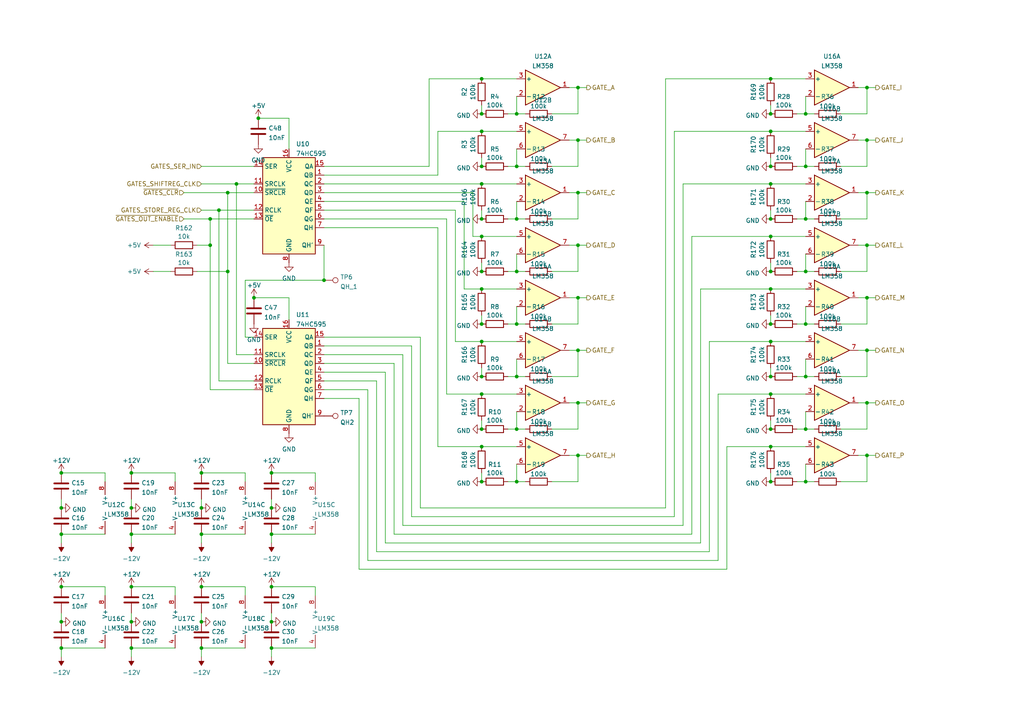
<source format=kicad_sch>
(kicad_sch (version 20211123) (generator eeschema)
  (paper "A4")
  (junction (at 223.52 48.26))
  (junction (at 139.7 63.5))
  (junction (at 78.74 137.16))
  (junction (at 223.52 114.3))
  (junction (at 58.42 180.34))
  (junction (at 149.86 63.5))
  (junction (at 17.78 170.18))
  (junction (at 223.52 78.74))
  (junction (at 149.86 124.46))
  (junction (at 251.46 116.84))
  (junction (at 139.7 109.22))
  (junction (at 223.52 109.22))
  (junction (at 17.78 187.96))
  (junction (at 17.78 137.16))
  (junction (at 223.52 63.5))
  (junction (at 74.93 34.29))
  (junction (at 233.68 109.22))
  (junction (at 167.64 40.64))
  (junction (at 167.64 132.08))
  (junction (at 223.52 38.1))
  (junction (at 251.46 132.08))
  (junction (at 233.68 48.26))
  (junction (at 78.74 187.96))
  (junction (at 139.7 53.34))
  (junction (at 233.68 139.7))
  (junction (at 38.1 170.18))
  (junction (at 78.74 180.34))
  (junction (at 38.1 137.16))
  (junction (at 58.42 147.32))
  (junction (at 139.7 33.02))
  (junction (at 233.68 124.46))
  (junction (at 223.52 22.86))
  (junction (at 251.46 86.36))
  (junction (at 223.52 33.02))
  (junction (at 38.1 180.34))
  (junction (at 58.42 154.94))
  (junction (at 139.7 93.98))
  (junction (at 139.7 83.82))
  (junction (at 167.64 55.88))
  (junction (at 223.52 53.34))
  (junction (at 139.7 139.7))
  (junction (at 223.52 68.58))
  (junction (at 17.78 147.32))
  (junction (at 60.96 63.5))
  (junction (at 233.68 33.02))
  (junction (at 139.7 48.26))
  (junction (at 139.7 78.74))
  (junction (at 149.86 93.98))
  (junction (at 139.7 68.58))
  (junction (at 251.46 55.88))
  (junction (at 66.04 78.74))
  (junction (at 223.52 99.06))
  (junction (at 223.52 124.46))
  (junction (at 233.68 63.5))
  (junction (at 251.46 101.6))
  (junction (at 167.64 25.4))
  (junction (at 149.86 78.74))
  (junction (at 38.1 147.32))
  (junction (at 139.7 114.3))
  (junction (at 251.46 25.4))
  (junction (at 78.74 170.18))
  (junction (at 149.86 139.7))
  (junction (at 167.64 116.84))
  (junction (at 63.5 60.96))
  (junction (at 149.86 109.22))
  (junction (at 223.52 93.98))
  (junction (at 58.42 187.96))
  (junction (at 139.7 99.06))
  (junction (at 93.98 81.28))
  (junction (at 60.96 71.12))
  (junction (at 167.64 101.6))
  (junction (at 73.66 86.36))
  (junction (at 38.1 187.96))
  (junction (at 38.1 154.94))
  (junction (at 233.68 93.98))
  (junction (at 66.04 55.88))
  (junction (at 139.7 22.86))
  (junction (at 251.46 40.64))
  (junction (at 167.64 86.36))
  (junction (at 17.78 154.94))
  (junction (at 223.52 83.82))
  (junction (at 17.78 180.34))
  (junction (at 223.52 139.7))
  (junction (at 149.86 48.26))
  (junction (at 78.74 154.94))
  (junction (at 58.42 137.16))
  (junction (at 167.64 71.12))
  (junction (at 139.7 129.54))
  (junction (at 251.46 71.12))
  (junction (at 68.58 53.34))
  (junction (at 78.74 147.32))
  (junction (at 139.7 38.1))
  (junction (at 139.7 124.46))
  (junction (at 223.52 129.54))
  (junction (at 233.68 78.74))
  (junction (at 58.42 170.18))
  (junction (at 149.86 33.02))
  (wire (pts (xy 119.38 100.33) (xy 119.38 149.86)))
  (wire (pts (xy 149.86 99.06) (xy 139.7 99.06)))
  (wire (pts (xy 243.84 124.46) (xy 251.46 124.46)))
  (wire (pts (xy 111.76 107.95) (xy 111.76 157.48)))
  (wire (pts (xy 233.68 43.18) (xy 233.68 48.26)))
  (wire (pts (xy 223.52 99.06) (xy 205.74 99.06)))
  (wire (pts (xy 124.46 22.86) (xy 124.46 48.26)))
  (wire (pts (xy 30.48 137.16) (xy 30.48 139.7)))
  (wire (pts (xy 78.74 154.94) (xy 78.74 157.48)))
  (wire (pts (xy 243.84 109.22) (xy 251.46 109.22)))
  (wire (pts (xy 147.32 33.02) (xy 149.86 33.02)))
  (wire (pts (xy 149.86 104.14) (xy 149.86 109.22)))
  (wire (pts (xy 17.78 177.8) (xy 17.78 180.34)))
  (wire (pts (xy 139.7 137.16) (xy 139.7 139.7)))
  (wire (pts (xy 149.86 124.46) (xy 152.4 124.46)))
  (wire (pts (xy 17.78 154.94) (xy 30.48 154.94)))
  (wire (pts (xy 223.52 22.86) (xy 193.04 22.86)))
  (wire (pts (xy 233.68 88.9) (xy 233.68 93.98)))
  (wire (pts (xy 147.32 78.74) (xy 149.86 78.74)))
  (wire (pts (xy 160.02 139.7) (xy 167.64 139.7)))
  (wire (pts (xy 58.42 60.96) (xy 63.5 60.96)))
  (wire (pts (xy 243.84 93.98) (xy 251.46 93.98)))
  (wire (pts (xy 233.68 124.46) (xy 236.22 124.46)))
  (wire (pts (xy 58.42 48.26) (xy 73.66 48.26)))
  (wire (pts (xy 71.12 97.79) (xy 73.66 97.79)))
  (wire (pts (xy 60.96 63.5) (xy 60.96 71.12)))
  (wire (pts (xy 223.52 38.1) (xy 233.68 38.1)))
  (wire (pts (xy 248.92 86.36) (xy 251.46 86.36)))
  (wire (pts (xy 93.98 113.03) (xy 106.68 113.03)))
  (wire (pts (xy 137.16 68.58) (xy 139.7 68.58)))
  (wire (pts (xy 233.68 48.26) (xy 236.22 48.26)))
  (wire (pts (xy 132.08 99.06) (xy 132.08 60.96)))
  (wire (pts (xy 231.14 78.74) (xy 233.68 78.74)))
  (wire (pts (xy 167.64 48.26) (xy 167.64 40.64)))
  (wire (pts (xy 223.52 121.92) (xy 223.52 124.46)))
  (wire (pts (xy 17.78 154.94) (xy 17.78 157.48)))
  (wire (pts (xy 17.78 187.96) (xy 30.48 187.96)))
  (wire (pts (xy 248.92 101.6) (xy 251.46 101.6)))
  (wire (pts (xy 233.68 78.74) (xy 236.22 78.74)))
  (wire (pts (xy 139.7 114.3) (xy 149.86 114.3)))
  (wire (pts (xy 210.82 129.54) (xy 223.52 129.54)))
  (wire (pts (xy 74.93 34.29) (xy 83.82 34.29)))
  (wire (pts (xy 71.12 170.18) (xy 71.12 172.72)))
  (wire (pts (xy 193.04 22.86) (xy 193.04 147.32)))
  (wire (pts (xy 30.48 170.18) (xy 30.48 172.72)))
  (wire (pts (xy 251.46 101.6) (xy 254 101.6)))
  (wire (pts (xy 160.02 109.22) (xy 167.64 109.22)))
  (wire (pts (xy 68.58 53.34) (xy 73.66 53.34)))
  (wire (pts (xy 53.34 55.88) (xy 66.04 55.88)))
  (wire (pts (xy 231.14 93.98) (xy 233.68 93.98)))
  (wire (pts (xy 251.46 40.64) (xy 254 40.64)))
  (wire (pts (xy 251.46 124.46) (xy 251.46 116.84)))
  (wire (pts (xy 208.28 114.3) (xy 223.52 114.3)))
  (wire (pts (xy 139.7 121.92) (xy 139.7 124.46)))
  (wire (pts (xy 233.68 53.34) (xy 223.52 53.34)))
  (wire (pts (xy 149.86 129.54) (xy 139.7 129.54)))
  (wire (pts (xy 200.66 154.94) (xy 200.66 68.58)))
  (wire (pts (xy 93.98 107.95) (xy 111.76 107.95)))
  (wire (pts (xy 251.46 86.36) (xy 254 86.36)))
  (wire (pts (xy 71.12 81.28) (xy 71.12 97.79)))
  (wire (pts (xy 139.7 106.68) (xy 139.7 109.22)))
  (wire (pts (xy 147.32 124.46) (xy 149.86 124.46)))
  (wire (pts (xy 160.02 48.26) (xy 167.64 48.26)))
  (wire (pts (xy 73.66 102.87) (xy 68.58 102.87)))
  (wire (pts (xy 93.98 63.5) (xy 129.54 63.5)))
  (wire (pts (xy 114.3 105.41) (xy 114.3 154.94)))
  (wire (pts (xy 147.32 63.5) (xy 149.86 63.5)))
  (wire (pts (xy 167.64 86.36) (xy 170.18 86.36)))
  (wire (pts (xy 38.1 144.78) (xy 38.1 147.32)))
  (wire (pts (xy 251.46 63.5) (xy 251.46 55.88)))
  (wire (pts (xy 147.32 93.98) (xy 149.86 93.98)))
  (wire (pts (xy 116.84 152.4) (xy 116.84 102.87)))
  (wire (pts (xy 165.1 101.6) (xy 167.64 101.6)))
  (wire (pts (xy 147.32 139.7) (xy 149.86 139.7)))
  (wire (pts (xy 93.98 105.41) (xy 114.3 105.41)))
  (wire (pts (xy 223.52 45.72) (xy 223.52 48.26)))
  (wire (pts (xy 167.64 124.46) (xy 167.64 116.84)))
  (wire (pts (xy 73.66 105.41) (xy 66.04 105.41)))
  (wire (pts (xy 167.64 132.08) (xy 170.18 132.08)))
  (wire (pts (xy 17.78 187.96) (xy 17.78 190.5)))
  (wire (pts (xy 93.98 50.8) (xy 127 50.8)))
  (wire (pts (xy 233.68 139.7) (xy 236.22 139.7)))
  (wire (pts (xy 251.46 55.88) (xy 254 55.88)))
  (wire (pts (xy 93.98 100.33) (xy 119.38 100.33)))
  (wire (pts (xy 233.68 134.62) (xy 233.68 139.7)))
  (wire (pts (xy 251.46 132.08) (xy 254 132.08)))
  (wire (pts (xy 53.34 63.5) (xy 60.96 63.5)))
  (wire (pts (xy 193.04 147.32) (xy 121.92 147.32)))
  (wire (pts (xy 58.42 187.96) (xy 71.12 187.96)))
  (wire (pts (xy 160.02 124.46) (xy 167.64 124.46)))
  (wire (pts (xy 208.28 162.56) (xy 208.28 114.3)))
  (wire (pts (xy 233.68 63.5) (xy 236.22 63.5)))
  (wire (pts (xy 251.46 116.84) (xy 254 116.84)))
  (wire (pts (xy 149.86 134.62) (xy 149.86 139.7)))
  (wire (pts (xy 121.92 147.32) (xy 121.92 97.79)))
  (wire (pts (xy 38.1 170.18) (xy 50.8 170.18)))
  (wire (pts (xy 38.1 154.94) (xy 50.8 154.94)))
  (wire (pts (xy 109.22 160.02) (xy 109.22 110.49)))
  (wire (pts (xy 149.86 78.74) (xy 152.4 78.74)))
  (wire (pts (xy 17.78 137.16) (xy 30.48 137.16)))
  (wire (pts (xy 231.14 48.26) (xy 233.68 48.26)))
  (wire (pts (xy 248.92 40.64) (xy 251.46 40.64)))
  (wire (pts (xy 243.84 48.26) (xy 251.46 48.26)))
  (wire (pts (xy 248.92 116.84) (xy 251.46 116.84)))
  (wire (pts (xy 223.52 53.34) (xy 198.12 53.34)))
  (wire (pts (xy 205.74 99.06) (xy 205.74 160.02)))
  (wire (pts (xy 233.68 99.06) (xy 223.52 99.06)))
  (wire (pts (xy 58.42 137.16) (xy 71.12 137.16)))
  (wire (pts (xy 233.68 33.02) (xy 236.22 33.02)))
  (wire (pts (xy 160.02 33.02) (xy 167.64 33.02)))
  (wire (pts (xy 71.12 137.16) (xy 71.12 139.7)))
  (wire (pts (xy 134.62 58.42) (xy 134.62 83.82)))
  (wire (pts (xy 104.14 115.57) (xy 93.98 115.57)))
  (wire (pts (xy 195.58 149.86) (xy 195.58 38.1)))
  (wire (pts (xy 63.5 60.96) (xy 63.5 110.49)))
  (wire (pts (xy 243.84 78.74) (xy 251.46 78.74)))
  (wire (pts (xy 233.68 109.22) (xy 236.22 109.22)))
  (wire (pts (xy 167.64 101.6) (xy 170.18 101.6)))
  (wire (pts (xy 93.98 81.28) (xy 71.12 81.28)))
  (wire (pts (xy 149.86 48.26) (xy 152.4 48.26)))
  (wire (pts (xy 17.78 170.18) (xy 30.48 170.18)))
  (wire (pts (xy 139.7 99.06) (xy 132.08 99.06)))
  (wire (pts (xy 149.86 88.9) (xy 149.86 93.98)))
  (wire (pts (xy 149.86 43.18) (xy 149.86 48.26)))
  (wire (pts (xy 251.46 139.7) (xy 251.46 132.08)))
  (wire (pts (xy 149.86 119.38) (xy 149.86 124.46)))
  (wire (pts (xy 50.8 137.16) (xy 50.8 139.7)))
  (wire (pts (xy 149.86 139.7) (xy 152.4 139.7)))
  (wire (pts (xy 73.66 110.49) (xy 63.5 110.49)))
  (wire (pts (xy 251.46 93.98) (xy 251.46 86.36)))
  (wire (pts (xy 139.7 60.96) (xy 139.7 63.5)))
  (wire (pts (xy 251.46 48.26) (xy 251.46 40.64)))
  (wire (pts (xy 93.98 53.34) (xy 139.7 53.34)))
  (wire (pts (xy 203.2 83.82) (xy 223.52 83.82)))
  (wire (pts (xy 104.14 165.1) (xy 104.14 115.57)))
  (wire (pts (xy 139.7 129.54) (xy 127 129.54)))
  (wire (pts (xy 44.45 78.74) (xy 49.53 78.74)))
  (wire (pts (xy 149.86 27.94) (xy 149.86 33.02)))
  (wire (pts (xy 91.44 137.16) (xy 91.44 139.7)))
  (wire (pts (xy 248.92 25.4) (xy 251.46 25.4)))
  (wire (pts (xy 66.04 55.88) (xy 73.66 55.88)))
  (wire (pts (xy 58.42 187.96) (xy 58.42 190.5)))
  (wire (pts (xy 134.62 83.82) (xy 139.7 83.82)))
  (wire (pts (xy 248.92 71.12) (xy 251.46 71.12)))
  (wire (pts (xy 66.04 78.74) (xy 66.04 105.41)))
  (wire (pts (xy 205.74 160.02) (xy 109.22 160.02)))
  (wire (pts (xy 139.7 91.44) (xy 139.7 93.98)))
  (wire (pts (xy 231.14 139.7) (xy 233.68 139.7)))
  (wire (pts (xy 93.98 71.12) (xy 93.98 81.28)))
  (wire (pts (xy 223.52 30.48) (xy 223.52 33.02)))
  (wire (pts (xy 231.14 109.22) (xy 233.68 109.22)))
  (wire (pts (xy 231.14 124.46) (xy 233.68 124.46)))
  (wire (pts (xy 160.02 78.74) (xy 167.64 78.74)))
  (wire (pts (xy 149.86 33.02) (xy 152.4 33.02)))
  (wire (pts (xy 38.1 154.94) (xy 38.1 157.48)))
  (wire (pts (xy 223.52 60.96) (xy 223.52 63.5)))
  (wire (pts (xy 200.66 68.58) (xy 223.52 68.58)))
  (wire (pts (xy 139.7 76.2) (xy 139.7 78.74)))
  (wire (pts (xy 137.16 55.88) (xy 137.16 68.58)))
  (wire (pts (xy 73.66 86.36) (xy 83.82 86.36)))
  (wire (pts (xy 68.58 53.34) (xy 68.58 102.87)))
  (wire (pts (xy 167.64 116.84) (xy 170.18 116.84)))
  (wire (pts (xy 38.1 177.8) (xy 38.1 180.34)))
  (wire (pts (xy 248.92 132.08) (xy 251.46 132.08)))
  (wire (pts (xy 139.7 38.1) (xy 149.86 38.1)))
  (wire (pts (xy 165.1 71.12) (xy 167.64 71.12)))
  (wire (pts (xy 233.68 93.98) (xy 236.22 93.98)))
  (wire (pts (xy 233.68 27.94) (xy 233.68 33.02)))
  (wire (pts (xy 91.44 170.18) (xy 91.44 172.72)))
  (wire (pts (xy 248.92 55.88) (xy 251.46 55.88)))
  (wire (pts (xy 38.1 187.96) (xy 50.8 187.96)))
  (wire (pts (xy 223.52 106.68) (xy 223.52 109.22)))
  (wire (pts (xy 149.86 73.66) (xy 149.86 78.74)))
  (wire (pts (xy 160.02 63.5) (xy 167.64 63.5)))
  (wire (pts (xy 139.7 53.34) (xy 149.86 53.34)))
  (wire (pts (xy 251.46 78.74) (xy 251.46 71.12)))
  (wire (pts (xy 251.46 25.4) (xy 254 25.4)))
  (wire (pts (xy 78.74 177.8) (xy 78.74 180.34)))
  (wire (pts (xy 60.96 113.03) (xy 73.66 113.03)))
  (wire (pts (xy 139.7 83.82) (xy 149.86 83.82)))
  (wire (pts (xy 223.52 76.2) (xy 223.52 78.74)))
  (wire (pts (xy 165.1 40.64) (xy 167.64 40.64)))
  (wire (pts (xy 233.68 58.42) (xy 233.68 63.5)))
  (wire (pts (xy 223.52 91.44) (xy 223.52 93.98)))
  (wire (pts (xy 167.64 40.64) (xy 170.18 40.64)))
  (wire (pts (xy 93.98 55.88) (xy 137.16 55.88)))
  (wire (pts (xy 160.02 93.98) (xy 167.64 93.98)))
  (wire (pts (xy 114.3 154.94) (xy 200.66 154.94)))
  (wire (pts (xy 210.82 129.54) (xy 210.82 165.1)))
  (wire (pts (xy 60.96 63.5) (xy 73.66 63.5)))
  (wire (pts (xy 119.38 149.86) (xy 195.58 149.86)))
  (wire (pts (xy 78.74 144.78) (xy 78.74 147.32)))
  (wire (pts (xy 223.52 68.58) (xy 233.68 68.58)))
  (wire (pts (xy 121.92 97.79) (xy 93.98 97.79)))
  (wire (pts (xy 58.42 170.18) (xy 71.12 170.18)))
  (wire (pts (xy 149.86 93.98) (xy 152.4 93.98)))
  (wire (pts (xy 83.82 34.29) (xy 83.82 43.18)))
  (wire (pts (xy 223.52 83.82) (xy 233.68 83.82)))
  (wire (pts (xy 44.45 71.12) (xy 49.53 71.12)))
  (wire (pts (xy 58.42 144.78) (xy 58.42 147.32)))
  (wire (pts (xy 58.42 53.34) (xy 68.58 53.34)))
  (wire (pts (xy 233.68 22.86) (xy 223.52 22.86)))
  (wire (pts (xy 50.8 170.18) (xy 50.8 172.72)))
  (wire (pts (xy 167.64 71.12) (xy 170.18 71.12)))
  (wire (pts (xy 93.98 58.42) (xy 134.62 58.42)))
  (wire (pts (xy 195.58 38.1) (xy 223.52 38.1)))
  (wire (pts (xy 106.68 113.03) (xy 106.68 162.56)))
  (wire (pts (xy 251.46 33.02) (xy 251.46 25.4)))
  (wire (pts (xy 17.78 144.78) (xy 17.78 147.32)))
  (wire (pts (xy 127 50.8) (xy 127 38.1)))
  (wire (pts (xy 147.32 48.26) (xy 149.86 48.26)))
  (wire (pts (xy 167.64 55.88) (xy 170.18 55.88)))
  (wire (pts (xy 167.64 25.4) (xy 170.18 25.4)))
  (wire (pts (xy 78.74 187.96) (xy 91.44 187.96)))
  (wire (pts (xy 129.54 114.3) (xy 139.7 114.3)))
  (wire (pts (xy 198.12 53.34) (xy 198.12 152.4)))
  (wire (pts (xy 83.82 86.36) (xy 83.82 92.71)))
  (wire (pts (xy 231.14 63.5) (xy 233.68 63.5)))
  (wire (pts (xy 127 66.04) (xy 93.98 66.04)))
  (wire (pts (xy 233.68 73.66) (xy 233.68 78.74)))
  (wire (pts (xy 233.68 119.38) (xy 233.68 124.46)))
  (wire (pts (xy 198.12 152.4) (xy 116.84 152.4)))
  (wire (pts (xy 57.15 71.12) (xy 60.96 71.12)))
  (wire (pts (xy 223.52 114.3) (xy 233.68 114.3)))
  (wire (pts (xy 165.1 132.08) (xy 167.64 132.08)))
  (wire (pts (xy 243.84 63.5) (xy 251.46 63.5)))
  (wire (pts (xy 60.96 71.12) (xy 60.96 113.03)))
  (wire (pts (xy 57.15 78.74) (xy 66.04 78.74)))
  (wire (pts (xy 167.64 109.22) (xy 167.64 101.6)))
  (wire (pts (xy 139.7 22.86) (xy 149.86 22.86)))
  (wire (pts (xy 78.74 187.96) (xy 78.74 190.5)))
  (wire (pts (xy 127 129.54) (xy 127 66.04)))
  (wire (pts (xy 109.22 110.49) (xy 93.98 110.49)))
  (wire (pts (xy 149.86 63.5) (xy 152.4 63.5)))
  (wire (pts (xy 165.1 116.84) (xy 167.64 116.84)))
  (wire (pts (xy 149.86 58.42) (xy 149.86 63.5)))
  (wire (pts (xy 63.5 60.96) (xy 73.66 60.96)))
  (wire (pts (xy 223.52 129.54) (xy 233.68 129.54)))
  (wire (pts (xy 132.08 60.96) (xy 93.98 60.96)))
  (wire (pts (xy 116.84 102.87) (xy 93.98 102.87)))
  (wire (pts (xy 58.42 177.8) (xy 58.42 180.34)))
  (wire (pts (xy 231.14 33.02) (xy 233.68 33.02)))
  (wire (pts (xy 251.46 109.22) (xy 251.46 101.6)))
  (wire (pts (xy 167.64 63.5) (xy 167.64 55.88)))
  (wire (pts (xy 129.54 63.5) (xy 129.54 114.3)))
  (wire (pts (xy 243.84 139.7) (xy 251.46 139.7)))
  (wire (pts (xy 167.64 139.7) (xy 167.64 132.08)))
  (wire (pts (xy 203.2 83.82) (xy 203.2 157.48)))
  (wire (pts (xy 233.68 104.14) (xy 233.68 109.22)))
  (wire (pts (xy 78.74 137.16) (xy 91.44 137.16)))
  (wire (pts (xy 106.68 162.56) (xy 208.28 162.56)))
  (wire (pts (xy 210.82 165.1) (xy 104.14 165.1)))
  (wire (pts (xy 139.7 30.48) (xy 139.7 33.02)))
  (wire (pts (xy 251.46 71.12) (xy 254 71.12)))
  (wire (pts (xy 58.42 154.94) (xy 58.42 157.48)))
  (wire (pts (xy 167.64 78.74) (xy 167.64 71.12)))
  (wire (pts (xy 165.1 86.36) (xy 167.64 86.36)))
  (wire (pts (xy 149.86 109.22) (xy 152.4 109.22)))
  (wire (pts (xy 78.74 170.18) (xy 91.44 170.18)))
  (wire (pts (xy 165.1 55.88) (xy 167.64 55.88)))
  (wire (pts (xy 38.1 137.16) (xy 50.8 137.16)))
  (wire (pts (xy 38.1 187.96) (xy 38.1 190.5)))
  (wire (pts (xy 223.52 137.16) (xy 223.52 139.7)))
  (wire (pts (xy 111.76 157.48) (xy 203.2 157.48)))
  (wire (pts (xy 58.42 154.94) (xy 71.12 154.94)))
  (wire (pts (xy 124.46 22.86) (xy 139.7 22.86)))
  (wire (pts (xy 93.98 48.26) (xy 124.46 48.26)))
  (wire (pts (xy 167.64 93.98) (xy 167.64 86.36)))
  (wire (pts (xy 78.74 154.94) (xy 91.44 154.94)))
  (wire (pts (xy 243.84 33.02) (xy 251.46 33.02)))
  (wire (pts (xy 165.1 25.4) (xy 167.64 25.4)))
  (wire (pts (xy 127 38.1) (xy 139.7 38.1)))
  (wire (pts (xy 66.04 55.88) (xy 66.04 78.74)))
  (wire (pts (xy 139.7 68.58) (xy 149.86 68.58)))
  (wire (pts (xy 147.32 109.22) (xy 149.86 109.22)))
  (wire (pts (xy 167.64 33.02) (xy 167.64 25.4)))
  (wire (pts (xy 139.7 45.72) (xy 139.7 48.26)))
  (hierarchical_label "GATE_N" (shape output) (at 254 101.6 0))
  (hierarchical_label "GATES_STORE_REG_CLK" (shape input) (at 58.42 60.96 180))
  (hierarchical_label "~{GATES_CLR}" (shape input) (at 53.34 55.88 180))
  (hierarchical_label "GATES_SHIFTREG_CLK" (shape input) (at 58.42 53.34 180))
  (hierarchical_label "GATE_M" (shape output) (at 254 86.36 0))
  (hierarchical_label "GATE_F" (shape output) (at 170.18 101.6 0))
  (hierarchical_label "GATE_P" (shape output) (at 254 132.08 0))
  (hierarchical_label "GATE_I" (shape output) (at 254 25.4 0))
  (hierarchical_label "GATE_K" (shape output) (at 254 55.88 0))
  (hierarchical_label "~{GATES_OUT_ENABLE}" (shape input) (at 53.34 63.5 180))
  (hierarchical_label "GATES_SER_IN" (shape input) (at 58.42 48.26 180))
  (hierarchical_label "GATE_C" (shape output) (at 170.18 55.88 0))
  (hierarchical_label "GATE_B" (shape output) (at 170.18 40.64 0))
  (hierarchical_label "GATE_A" (shape output) (at 170.18 25.4 0))
  (hierarchical_label "GATE_L" (shape output) (at 254 71.12 0))
  (hierarchical_label "GATE_D" (shape output) (at 170.18 71.12 0))
  (hierarchical_label "GATE_G" (shape output) (at 170.18 116.84 0))
  (hierarchical_label "GATE_J" (shape output) (at 254 40.64 0))
  (hierarchical_label "GATE_E" (shape output) (at 170.18 86.36 0))
  (hierarchical_label "GATE_H" (shape output) (at 170.18 132.08 0))
  (hierarchical_label "GATE_O" (shape output) (at 254 116.84 0))
  (symbol (lib_id "Amplifier_Operational:LM358") (at 157.48 25.4 0) (unit 1)
    (property "Reference" "U12" (at 157.48 16.3535 0))
    (property "Value" "LM358" (at 157.48 19.1286 0))
    (property "Footprint" "Package_DIP:DIP-8_W7.62mm_Socket_LongPads" (effects hide))
    (property "Datasheet" "http://www.ti.com/lit/ds/symlink/lm2904-n.pdf" (effects hide))
  )
  (symbol (lib_id "Amplifier_Operational:LM358") (at 157.48 86.36 0) (unit 1)
    (property "Reference" "U14" (at 157.48 77.3135 0))
    (property "Value" "LM358" (at 157.48 80.0886 0))
    (property "Footprint" "Package_DIP:DIP-8_W7.62mm_Socket_LongPads" (effects hide))
    (property "Datasheet" "http://www.ti.com/lit/ds/symlink/lm2904-n.pdf" (effects hide))
  )
  (symbol (lib_id "Amplifier_Operational:LM358") (at 157.48 40.64 0) (unit 2)
    (property "Reference" "U12" (at 157.48 29.0535 0))
    (property "Value" "LM358" (at 157.48 34.3686 0))
    (property "Footprint" "Package_DIP:DIP-8_W7.62mm_Socket_LongPads" (effects hide))
    (property "Datasheet" "http://www.ti.com/lit/ds/symlink/lm2904-n.pdf" (effects hide))
  )
  (symbol (lib_id "power:+12V") (at 58.42 137.16 0) (unit 1)
    (property "Reference" "#PWR057" (effects hide))
    (property "Value" "+12V" (at 58.42 133.5555 0))
  )
  (symbol (lib_id "Device:R") (at 223.52 87.63 180) (unit 1)
    (property "Reference" "R173" (at 218.5375 87.63 90))
    (property "Value" "100k" (at 220.98 87.63 90))
    (property "Footprint" "Resistor_SMD:R_1206_3216Metric_Pad1.30x1.75mm_HandSolder" (effects hide))
  )
  (symbol (lib_id "power:+12V") (at 38.1 137.16 0) (unit 1)
    (property "Reference" "#PWR051" (effects hide))
    (property "Value" "+12V" (at 38.1 133.5555 0))
  )
  (symbol (lib_id "Device:R") (at 227.33 124.46 90) (unit 1)
    (property "Reference" "R34" (at 227.33 119.4775 90))
    (property "Value" "100k" (at 227.33 121.92 90))
    (property "Footprint" "Resistor_SMD:R_1206_3216Metric_Pad1.30x1.75mm_HandSolder" (effects hide))
  )
  (symbol (lib_id "power:GND") (at 139.7 78.74 270) (unit 1)
    (property "Reference" "#PWR072" (effects hide))
    (property "Value" "GND" (at 136.5251 79.219 90) (effects (justify right)))
  )
  (symbol (lib_id "Amplifier_Operational:LM358") (at 93.98 147.32 0) (unit 3)
    (property "Reference" "U15" (at 92.075 146.4115 0) (effects (justify left)))
    (property "Value" "LM358" (at 92.075 149.1866 0) (effects (justify left)))
    (property "Footprint" "Package_DIP:DIP-8_W7.62mm_Socket_LongPads" (effects hide))
    (property "Datasheet" "http://www.ti.com/lit/ds/symlink/lm2904-n.pdf" (effects hide))
  )
  (symbol (lib_id "Amplifier_Operational:LM358") (at 241.3 86.36 0) (unit 1)
    (property "Reference" "U18" (at 241.3 77.3135 0))
    (property "Value" "LM358" (at 241.3 80.0886 0))
    (property "Footprint" "Package_DIP:DIP-8_W7.62mm_Socket_LongPads" (effects hide))
    (property "Datasheet" "http://www.ti.com/lit/ds/symlink/lm2904-n.pdf" (effects hide))
  )
  (symbol (lib_id "Device:R") (at 139.7 57.15 180) (unit 1)
    (property "Reference" "R106" (at 134.7175 57.15 90))
    (property "Value" "100k" (at 137.16 57.15 90))
    (property "Footprint" "Resistor_SMD:R_1206_3216Metric_Pad1.30x1.75mm_HandSolder" (effects hide))
  )
  (symbol (lib_id "Device:C") (at 38.1 184.15 0) (unit 1)
    (property "Reference" "C22" (at 41.021 183.2415 0) (effects (justify left)))
    (property "Value" "10nF" (at 41.021 186.0166 0) (effects (justify left)))
    (property "Footprint" "Capacitor_SMD:C_1206_3216Metric_Pad1.33x1.80mm_HandSolder" (effects hide))
  )
  (symbol (lib_id "Device:R") (at 227.33 139.7 90) (unit 1)
    (property "Reference" "R35" (at 227.33 134.7175 90))
    (property "Value" "100k" (at 227.33 137.16 90))
    (property "Footprint" "Resistor_SMD:R_1206_3216Metric_Pad1.30x1.75mm_HandSolder" (effects hide))
  )
  (symbol (lib_id "power:GND") (at 223.52 109.22 270) (unit 1)
    (property "Reference" "#PWR082" (effects hide))
    (property "Value" "GND" (at 220.3451 109.699 90) (effects (justify right)))
  )
  (symbol (lib_id "Amplifier_Operational:LM358") (at 241.3 116.84 0) (unit 1)
    (property "Reference" "U19" (at 241.3 107.7935 0))
    (property "Value" "LM358" (at 241.3 110.5686 0))
    (property "Footprint" "Package_DIP:DIP-8_W7.62mm_Socket_LongPads" (effects hide))
    (property "Datasheet" "http://www.ti.com/lit/ds/symlink/lm2904-n.pdf" (effects hide))
  )
  (symbol (lib_id "74xx:74HC595") (at 83.82 107.95 0) (unit 1)
    (property "Reference" "U11" (at 85.8394 91.2835 0) (effects (justify left)))
    (property "Value" "74HC595" (at 85.8394 94.0586 0) (effects (justify left)))
    (property "Footprint" "Package_SO:SOIC-16_3.9x9.9mm_P1.27mm" (effects hide))
    (property "Datasheet" "http://www.ti.com/lit/ds/symlink/sn74hc595.pdf" (effects hide))
  )
  (symbol (lib_id "power:+12V") (at 17.78 170.18 0) (unit 1)
    (property "Reference" "#PWR048" (effects hide))
    (property "Value" "+12V" (at 17.78 166.5755 0))
  )
  (symbol (lib_id "power:GND") (at 83.82 76.2 0) (unit 1)
    (property "Reference" "#PWR042" (effects hide))
    (property "Value" "GND" (at 83.82 80.7625 0))
  )
  (symbol (lib_id "Device:C") (at 17.78 173.99 0) (unit 1)
    (property "Reference" "C17" (at 20.701 173.0815 0) (effects (justify left)))
    (property "Value" "10nF" (at 20.701 175.8566 0) (effects (justify left)))
    (property "Footprint" "Capacitor_SMD:C_1206_3216Metric_Pad1.33x1.80mm_HandSolder" (effects hide))
  )
  (symbol (lib_id "Device:R") (at 240.03 139.7 90) (unit 1)
    (property "Reference" "R43" (at 240.03 134.7175 90))
    (property "Value" "100k" (at 240.03 137.4926 90))
    (property "Footprint" "Resistor_SMD:R_1206_3216Metric_Pad1.30x1.75mm_HandSolder" (effects hide))
  )
  (symbol (lib_id "power:GND") (at 74.93 41.91 0) (unit 1)
    (property "Reference" "#PWR0235" (effects hide))
    (property "Value" "GND" (at 74.93 46.4725 0))
  )
  (symbol (lib_id "power:-12V") (at 58.42 157.48 180) (unit 1)
    (property "Reference" "#PWR059" (effects hide))
    (property "Value" "-12V" (at 58.42 162.0425 0))
  )
  (symbol (lib_id "power:GND") (at 17.78 147.32 90) (unit 1)
    (property "Reference" "#PWR046" (effects hide))
    (property "Value" "GND" (at 20.955 147.799 90) (effects (justify right)))
  )
  (symbol (lib_id "Device:R") (at 143.51 109.22 90) (unit 1)
    (property "Reference" "R9" (at 143.51 104.2375 90))
    (property "Value" "100k" (at 143.51 106.68 90))
    (property "Footprint" "Resistor_SMD:R_1206_3216Metric_Pad1.30x1.75mm_HandSolder" (effects hide))
  )
  (symbol (lib_id "Device:R") (at 223.52 118.11 180) (unit 1)
    (property "Reference" "R175" (at 218.5375 118.11 90))
    (property "Value" "100k" (at 220.98 118.11 90))
    (property "Footprint" "Resistor_SMD:R_1206_3216Metric_Pad1.30x1.75mm_HandSolder" (effects hide))
  )
  (symbol (lib_id "Device:R") (at 223.52 41.91 180) (unit 1)
    (property "Reference" "R170" (at 218.5375 41.91 90))
    (property "Value" "100k" (at 220.98 41.91 90))
    (property "Footprint" "Resistor_SMD:R_1206_3216Metric_Pad1.30x1.75mm_HandSolder" (effects hide))
  )
  (symbol (lib_id "power:GND") (at 139.7 63.5 270) (unit 1)
    (property "Reference" "#PWR071" (effects hide))
    (property "Value" "GND" (at 136.5251 63.979 90) (effects (justify right)))
  )
  (symbol (lib_id "Device:R") (at 223.52 102.87 180) (unit 1)
    (property "Reference" "R174" (at 218.5375 102.87 90))
    (property "Value" "100k" (at 220.98 102.87 90))
    (property "Footprint" "Resistor_SMD:R_1206_3216Metric_Pad1.30x1.75mm_HandSolder" (effects hide))
  )
  (symbol (lib_id "Connector:TestPoint") (at 93.98 81.28 270) (unit 1)
    (property "Reference" "TP6" (at 98.679 80.3715 90) (effects (justify left)))
    (property "Value" "QH_1" (at 98.679 83.1466 90) (effects (justify left)))
    (property "Footprint" "TestPoint:TestPoint_Pad_D1.0mm" (effects hide))
  )
  (symbol (lib_id "Device:R") (at 139.7 87.63 180) (unit 1)
    (property "Reference" "R165" (at 134.7175 87.63 90))
    (property "Value" "100k" (at 137.16 87.63 90))
    (property "Footprint" "Resistor_SMD:R_1206_3216Metric_Pad1.30x1.75mm_HandSolder" (effects hide))
  )
  (symbol (lib_id "Device:R") (at 143.51 63.5 90) (unit 1)
    (property "Reference" "R6" (at 143.51 58.5175 90))
    (property "Value" "100k" (at 143.51 60.96 90))
    (property "Footprint" "Resistor_SMD:R_1206_3216Metric_Pad1.30x1.75mm_HandSolder" (effects hide))
  )
  (symbol (lib_id "Amplifier_Operational:LM358") (at 157.48 55.88 0) (unit 1)
    (property "Reference" "U13" (at 157.48 46.8335 0))
    (property "Value" "LM358" (at 157.48 49.6086 0))
    (property "Footprint" "Package_DIP:DIP-8_W7.62mm_Socket_LongPads" (effects hide))
    (property "Datasheet" "http://www.ti.com/lit/ds/symlink/lm2904-n.pdf" (effects hide))
  )
  (symbol (lib_id "power:GND") (at 139.7 48.26 270) (unit 1)
    (property "Reference" "#PWR070" (effects hide))
    (property "Value" "GND" (at 136.5251 48.739 90) (effects (justify right)))
  )
  (symbol (lib_id "Device:R") (at 143.51 48.26 90) (unit 1)
    (property "Reference" "R5" (at 143.51 43.2775 90))
    (property "Value" "100k" (at 143.51 45.72 90))
    (property "Footprint" "Resistor_SMD:R_1206_3216Metric_Pad1.30x1.75mm_HandSolder" (effects hide))
  )
  (symbol (lib_id "Device:R") (at 240.03 78.74 90) (unit 1)
    (property "Reference" "R39" (at 240.03 73.7575 90))
    (property "Value" "100k" (at 240.03 76.5326 90))
    (property "Footprint" "Resistor_SMD:R_1206_3216Metric_Pad1.30x1.75mm_HandSolder" (effects hide))
  )
  (symbol (lib_id "Device:R") (at 156.21 48.26 90) (unit 1)
    (property "Reference" "R13" (at 156.21 43.2775 90))
    (property "Value" "100k" (at 156.21 46.0526 90))
    (property "Footprint" "Resistor_SMD:R_1206_3216Metric_Pad1.30x1.75mm_HandSolder" (effects hide))
  )
  (symbol (lib_id "Device:R") (at 227.33 33.02 90) (unit 1)
    (property "Reference" "R28" (at 227.33 28.0375 90))
    (property "Value" "100k" (at 227.33 30.48 90))
    (property "Footprint" "Resistor_SMD:R_1206_3216Metric_Pad1.30x1.75mm_HandSolder" (effects hide))
  )
  (symbol (lib_id "Amplifier_Operational:LM358") (at 241.3 40.64 0) (unit 2)
    (property "Reference" "U16" (at 241.3 31.5935 0))
    (property "Value" "LM358" (at 241.3 34.3686 0))
    (property "Footprint" "Package_DIP:DIP-8_W7.62mm_Socket_LongPads" (effects hide))
    (property "Datasheet" "http://www.ti.com/lit/ds/symlink/lm2904-n.pdf" (effects hide))
  )
  (symbol (lib_id "power:GND") (at 223.52 48.26 270) (unit 1)
    (property "Reference" "#PWR078" (effects hide))
    (property "Value" "GND" (at 220.3451 48.739 90) (effects (justify right)))
  )
  (symbol (lib_id "Device:R") (at 156.21 78.74 90) (unit 1)
    (property "Reference" "R15" (at 156.21 73.7575 90))
    (property "Value" "100k" (at 156.21 76.5326 90))
    (property "Footprint" "Resistor_SMD:R_1206_3216Metric_Pad1.30x1.75mm_HandSolder" (effects hide))
  )
  (symbol (lib_id "Amplifier_Operational:LM358") (at 53.34 147.32 0) (unit 3)
    (property "Reference" "U13" (at 51.435 146.4115 0) (effects (justify left)))
    (property "Value" "LM358" (at 51.435 149.1866 0) (effects (justify left)))
    (property "Footprint" "Package_DIP:DIP-8_W7.62mm_Socket_LongPads" (effects hide))
    (property "Datasheet" "http://www.ti.com/lit/ds/symlink/lm2904-n.pdf" (effects hide))
  )
  (symbol (lib_id "Amplifier_Operational:LM358") (at 157.48 116.84 0) (unit 1)
    (property "Reference" "U15" (at 157.48 107.7935 0))
    (property "Value" "LM358" (at 157.48 110.5686 0))
    (property "Footprint" "Package_DIP:DIP-8_W7.62mm_Socket_LongPads" (effects hide))
    (property "Datasheet" "http://www.ti.com/lit/ds/symlink/lm2904-n.pdf" (effects hide))
  )
  (symbol (lib_id "Device:R") (at 139.7 26.67 180) (unit 1)
    (property "Reference" "R2" (at 134.7175 26.67 90))
    (property "Value" "100k" (at 137.16 26.67 90))
    (property "Footprint" "Resistor_SMD:R_1206_3216Metric_Pad1.30x1.75mm_HandSolder" (effects hide))
  )
  (symbol (lib_id "power:-12V") (at 38.1 190.5 180) (unit 1)
    (property "Reference" "#PWR056" (effects hide))
    (property "Value" "-12V" (at 38.1 195.0625 0))
  )
  (symbol (lib_id "Device:C") (at 58.42 173.99 0) (unit 1)
    (property "Reference" "C25" (at 61.341 173.0815 0) (effects (justify left)))
    (property "Value" "10nF" (at 61.341 175.8566 0) (effects (justify left)))
    (property "Footprint" "Capacitor_SMD:C_1206_3216Metric_Pad1.33x1.80mm_HandSolder" (effects hide))
  )
  (symbol (lib_id "power:GND") (at 78.74 180.34 90) (unit 1)
    (property "Reference" "#PWR067" (effects hide))
    (property "Value" "GND" (at 81.915 180.819 90) (effects (justify right)))
  )
  (symbol (lib_id "Device:R") (at 143.51 124.46 90) (unit 1)
    (property "Reference" "R10" (at 143.51 119.4775 90))
    (property "Value" "100k" (at 143.51 121.92 90))
    (property "Footprint" "Resistor_SMD:R_1206_3216Metric_Pad1.30x1.75mm_HandSolder" (effects hide))
  )
  (symbol (lib_id "Device:R") (at 139.7 72.39 180) (unit 1)
    (property "Reference" "R164" (at 134.7175 72.39 90))
    (property "Value" "100k" (at 137.16 72.39 90))
    (property "Footprint" "Resistor_SMD:R_1206_3216Metric_Pad1.30x1.75mm_HandSolder" (effects hide))
  )
  (symbol (lib_id "Device:C") (at 17.78 151.13 0) (unit 1)
    (property "Reference" "C16" (at 20.701 150.2215 0) (effects (justify left)))
    (property "Value" "10nF" (at 20.701 152.9966 0) (effects (justify left)))
    (property "Footprint" "Capacitor_SMD:C_1206_3216Metric_Pad1.33x1.80mm_HandSolder" (effects hide))
  )
  (symbol (lib_id "Amplifier_Operational:LM358") (at 157.48 71.12 0) (unit 2)
    (property "Reference" "U13" (at 157.48 62.0735 0))
    (property "Value" "LM358" (at 157.48 64.8486 0))
    (property "Footprint" "Package_DIP:DIP-8_W7.62mm_Socket_LongPads" (effects hide))
    (property "Datasheet" "http://www.ti.com/lit/ds/symlink/lm2904-n.pdf" (effects hide))
  )
  (symbol (lib_id "Device:R") (at 139.7 133.35 180) (unit 1)
    (property "Reference" "R168" (at 134.7175 133.35 90))
    (property "Value" "100k" (at 137.16 133.35 90))
    (property "Footprint" "Resistor_SMD:R_1206_3216Metric_Pad1.30x1.75mm_HandSolder" (effects hide))
  )
  (symbol (lib_id "power:+12V") (at 58.42 170.18 0) (unit 1)
    (property "Reference" "#PWR060" (effects hide))
    (property "Value" "+12V" (at 58.42 166.5755 0))
  )
  (symbol (lib_id "Device:R") (at 139.7 102.87 180) (unit 1)
    (property "Reference" "R166" (at 134.7175 102.87 90))
    (property "Value" "100k" (at 137.16 102.87 90))
    (property "Footprint" "Resistor_SMD:R_1206_3216Metric_Pad1.30x1.75mm_HandSolder" (effects hide))
  )
  (symbol (lib_id "power:+12V") (at 38.1 170.18 0) (unit 1)
    (property "Reference" "#PWR054" (effects hide))
    (property "Value" "+12V" (at 38.1 166.5755 0))
  )
  (symbol (lib_id "Amplifier_Operational:LM358") (at 93.98 180.34 0) (unit 3)
    (property "Reference" "U19" (at 92.075 179.4315 0) (effects (justify left)))
    (property "Value" "LM358" (at 92.075 182.2066 0) (effects (justify left)))
    (property "Footprint" "Package_DIP:DIP-8_W7.62mm_Socket_LongPads" (effects hide))
    (property "Datasheet" "http://www.ti.com/lit/ds/symlink/lm2904-n.pdf" (effects hide))
  )
  (symbol (lib_id "Device:R") (at 227.33 109.22 90) (unit 1)
    (property "Reference" "R33" (at 227.33 104.2375 90))
    (property "Value" "100k" (at 227.33 106.68 90))
    (property "Footprint" "Resistor_SMD:R_1206_3216Metric_Pad1.30x1.75mm_HandSolder" (effects hide))
  )
  (symbol (lib_id "Device:R") (at 227.33 63.5 90) (unit 1)
    (property "Reference" "R30" (at 227.33 58.5175 90))
    (property "Value" "100k" (at 227.33 60.96 90))
    (property "Footprint" "Resistor_SMD:R_1206_3216Metric_Pad1.30x1.75mm_HandSolder" (effects hide))
  )
  (symbol (lib_id "Device:R") (at 223.52 26.67 180) (unit 1)
    (property "Reference" "R169" (at 218.5375 26.67 90))
    (property "Value" "100k" (at 220.98 26.67 90))
    (property "Footprint" "Resistor_SMD:R_1206_3216Metric_Pad1.30x1.75mm_HandSolder" (effects hide))
  )
  (symbol (lib_id "Device:C") (at 38.1 151.13 0) (unit 1)
    (property "Reference" "C20" (at 41.021 150.2215 0) (effects (justify left)))
    (property "Value" "10nF" (at 41.021 152.9966 0) (effects (justify left)))
    (property "Footprint" "Capacitor_SMD:C_1206_3216Metric_Pad1.33x1.80mm_HandSolder" (effects hide))
  )
  (symbol (lib_id "Device:C") (at 58.42 184.15 0) (unit 1)
    (property "Reference" "C26" (at 61.341 183.2415 0) (effects (justify left)))
    (property "Value" "10nF" (at 61.341 186.0166 0) (effects (justify left)))
    (property "Footprint" "Capacitor_SMD:C_1206_3216Metric_Pad1.33x1.80mm_HandSolder" (effects hide))
  )
  (symbol (lib_id "Device:R") (at 156.21 109.22 90) (unit 1)
    (property "Reference" "R17" (at 156.21 104.2375 90))
    (property "Value" "100k" (at 156.21 107.0126 90))
    (property "Footprint" "Resistor_SMD:R_1206_3216Metric_Pad1.30x1.75mm_HandSolder" (effects hide))
  )
  (symbol (lib_id "power:+5V") (at 44.45 78.74 90) (unit 1)
    (property "Reference" "#PWR0239" (effects hide))
    (property "Value" "+5V" (at 36.83 78.74 90) (effects (justify right)))
  )
  (symbol (lib_id "power:GND") (at 139.7 109.22 270) (unit 1)
    (property "Reference" "#PWR074" (effects hide))
    (property "Value" "GND" (at 136.5251 109.699 90) (effects (justify right)))
  )
  (symbol (lib_id "Device:R") (at 156.21 139.7 90) (unit 1)
    (property "Reference" "R19" (at 156.21 134.7175 90))
    (property "Value" "100k" (at 156.21 137.4926 90))
    (property "Footprint" "Resistor_SMD:R_1206_3216Metric_Pad1.30x1.75mm_HandSolder" (effects hide))
  )
  (symbol (lib_id "power:GND") (at 139.7 93.98 270) (unit 1)
    (property "Reference" "#PWR073" (effects hide))
    (property "Value" "GND" (at 136.5251 94.459 90) (effects (justify right)))
  )
  (symbol (lib_id "Device:R") (at 143.51 139.7 90) (unit 1)
    (property "Reference" "R11" (at 143.51 134.7175 90))
    (property "Value" "100k" (at 143.51 137.16 90))
    (property "Footprint" "Resistor_SMD:R_1206_3216Metric_Pad1.30x1.75mm_HandSolder" (effects hide))
  )
  (symbol (lib_id "Device:R") (at 143.51 78.74 90) (unit 1)
    (property "Reference" "R7" (at 143.51 73.7575 90))
    (property "Value" "100k" (at 143.51 76.2 90))
    (property "Footprint" "Resistor_SMD:R_1206_3216Metric_Pad1.30x1.75mm_HandSolder" (effects hide))
  )
  (symbol (lib_id "Device:C") (at 58.42 151.13 0) (unit 1)
    (property "Reference" "C24" (at 61.341 150.2215 0) (effects (justify left)))
    (property "Value" "10nF" (at 61.341 152.9966 0) (effects (justify left)))
    (property "Footprint" "Capacitor_SMD:C_1206_3216Metric_Pad1.33x1.80mm_HandSolder" (effects hide))
  )
  (symbol (lib_id "Amplifier_Operational:LM358") (at 73.66 147.32 0) (unit 3)
    (property "Reference" "U14" (at 71.755 146.4115 0) (effects (justify left)))
    (property "Value" "LM358" (at 71.755 149.1866 0) (effects (justify left)))
    (property "Footprint" "Package_DIP:DIP-8_W7.62mm_Socket_LongPads" (effects hide))
    (property "Datasheet" "http://www.ti.com/lit/ds/symlink/lm2904-n.pdf" (effects hide))
  )
  (symbol (lib_id "Device:R") (at 139.7 118.11 180) (unit 1)
    (property "Reference" "R167" (at 134.7175 118.11 90))
    (property "Value" "100k" (at 137.16 118.11 90))
    (property "Footprint" "Resistor_SMD:R_1206_3216Metric_Pad1.30x1.75mm_HandSolder" (effects hide))
  )
  (symbol (lib_id "power:GND") (at 78.74 147.32 90) (unit 1)
    (property "Reference" "#PWR064" (effects hide))
    (property "Value" "GND" (at 81.915 147.799 90) (effects (justify right)))
  )
  (symbol (lib_id "Device:R") (at 240.03 48.26 90) (unit 1)
    (property "Reference" "R37" (at 240.03 43.2775 90))
    (property "Value" "100k" (at 240.03 46.0526 90))
    (property "Footprint" "Resistor_SMD:R_1206_3216Metric_Pad1.30x1.75mm_HandSolder" (effects hide))
  )
  (symbol (lib_id "Device:R") (at 156.21 124.46 90) (unit 1)
    (property "Reference" "R18" (at 156.21 119.4775 90))
    (property "Value" "100k" (at 156.21 122.2526 90))
    (property "Footprint" "Resistor_SMD:R_1206_3216Metric_Pad1.30x1.75mm_HandSolder" (effects hide))
  )
  (symbol (lib_id "Amplifier_Operational:LM358") (at 241.3 132.08 0) (unit 2)
    (property "Reference" "U19" (at 241.3 123.0335 0))
    (property "Value" "LM358" (at 241.3 125.8086 0))
    (property "Footprint" "Package_DIP:DIP-8_W7.62mm_Socket_LongPads" (effects hide))
    (property "Datasheet" "http://www.ti.com/lit/ds/symlink/lm2904-n.pdf" (effects hide))
  )
  (symbol (lib_id "power:GND") (at 58.42 147.32 90) (unit 1)
    (property "Reference" "#PWR058" (effects hide))
    (property "Value" "GND" (at 61.595 147.799 90) (effects (justify right)))
  )
  (symbol (lib_id "Device:R") (at 143.51 33.02 90) (unit 1)
    (property "Reference" "R4" (at 143.51 28.0375 90))
    (property "Value" "100k" (at 143.51 30.48 90))
    (property "Footprint" "Resistor_SMD:R_1206_3216Metric_Pad1.30x1.75mm_HandSolder" (effects hide))
  )
  (symbol (lib_id "Device:C") (at 74.93 38.1 0) (unit 1)
    (property "Reference" "C48" (at 77.851 37.1915 0) (effects (justify left)))
    (property "Value" "10nF" (at 77.851 39.9666 0) (effects (justify left)))
    (property "Footprint" "Capacitor_SMD:C_1206_3216Metric_Pad1.33x1.80mm_HandSolder" (effects hide))
  )
  (symbol (lib_id "Device:R") (at 227.33 48.26 90) (unit 1)
    (property "Reference" "R29" (at 227.33 43.2775 90))
    (property "Value" "100k" (at 227.33 45.72 90))
    (property "Footprint" "Resistor_SMD:R_1206_3216Metric_Pad1.30x1.75mm_HandSolder" (effects hide))
  )
  (symbol (lib_id "Device:C") (at 17.78 140.97 0) (unit 1)
    (property "Reference" "C15" (at 20.701 140.0615 0) (effects (justify left)))
    (property "Value" "10nF" (at 20.701 142.8366 0) (effects (justify left)))
    (property "Footprint" "Capacitor_SMD:C_1206_3216Metric_Pad1.33x1.80mm_HandSolder" (effects hide))
  )
  (symbol (lib_id "Device:R") (at 223.52 133.35 180) (unit 1)
    (property "Reference" "R176" (at 218.5375 133.35 90))
    (property "Value" "100k" (at 220.98 133.35 90))
    (property "Footprint" "Resistor_SMD:R_1206_3216Metric_Pad1.30x1.75mm_HandSolder" (effects hide))
  )
  (symbol (lib_id "Device:C") (at 78.74 151.13 0) (unit 1)
    (property "Reference" "C28" (at 81.661 150.2215 0) (effects (justify left)))
    (property "Value" "10nF" (at 81.661 152.9966 0) (effects (justify left)))
    (property "Footprint" "Capacitor_SMD:C_1206_3216Metric_Pad1.33x1.80mm_HandSolder" (effects hide))
  )
  (symbol (lib_id "power:GND") (at 223.52 33.02 270) (unit 1)
    (property "Reference" "#PWR077" (effects hide))
    (property "Value" "GND" (at 220.3451 33.499 90) (effects (justify right)))
  )
  (symbol (lib_id "Device:R") (at 240.03 93.98 90) (unit 1)
    (property "Reference" "R40" (at 240.03 88.9975 90))
    (property "Value" "100k" (at 240.03 91.7726 90))
    (property "Footprint" "Resistor_SMD:R_1206_3216Metric_Pad1.30x1.75mm_HandSolder" (effects hide))
  )
  (symbol (lib_id "power:GND") (at 223.52 124.46 270) (unit 1)
    (property "Reference" "#PWR083" (effects hide))
    (property "Value" "GND" (at 220.3451 124.939 90) (effects (justify right)))
  )
  (symbol (lib_id "power:+12V") (at 17.78 137.16 0) (unit 1)
    (property "Reference" "#PWR045" (effects hide))
    (property "Value" "+12V" (at 17.78 133.5555 0))
  )
  (symbol (lib_id "Amplifier_Operational:LM358") (at 33.02 147.32 0) (unit 3)
    (property "Reference" "U12" (at 31.115 146.4115 0) (effects (justify left)))
    (property "Value" "LM358" (at 31.115 149.1866 0) (effects (justify left)))
    (property "Footprint" "Package_DIP:DIP-8_W7.62mm_Socket_LongPads" (effects hide))
    (property "Datasheet" "http://www.ti.com/lit/ds/symlink/lm2904-n.pdf" (effects hide))
  )
  (symbol (lib_id "Device:R") (at 156.21 93.98 90) (unit 1)
    (property "Reference" "R16" (at 156.21 88.9975 90))
    (property "Value" "100k" (at 156.21 91.7726 90))
    (property "Footprint" "Resistor_SMD:R_1206_3216Metric_Pad1.30x1.75mm_HandSolder" (effects hide))
  )
  (symbol (lib_id "power:-12V") (at 78.74 190.5 180) (unit 1)
    (property "Reference" "#PWR068" (effects hide))
    (property "Value" "-12V" (at 78.74 195.0625 0))
  )
  (symbol (lib_id "power:GND") (at 223.52 93.98 270) (unit 1)
    (property "Reference" "#PWR081" (effects hide))
    (property "Value" "GND" (at 220.3451 94.459 90) (effects (justify right)))
  )
  (symbol (lib_id "power:GND") (at 139.7 33.02 270) (unit 1)
    (property "Reference" "#PWR069" (effects hide))
    (property "Value" "GND" (at 136.5251 33.499 90) (effects (justify right)))
  )
  (symbol (lib_id "Connector:TestPoint") (at 93.98 120.65 270) (unit 1)
    (property "Reference" "TP7" (at 98.679 119.7415 90) (effects (justify left)))
    (property "Value" "QH2" (at 98.679 122.5166 90) (effects (justify left)))
    (property "Footprint" "TestPoint:TestPoint_Pad_D1.0mm" (effects hide))
  )
  (symbol (lib_id "Device:C") (at 38.1 173.99 0) (unit 1)
    (property "Reference" "C21" (at 41.021 173.0815 0) (effects (justify left)))
    (property "Value" "10nF" (at 41.021 175.8566 0) (effects (justify left)))
    (property "Footprint" "Capacitor_SMD:C_1206_3216Metric_Pad1.33x1.80mm_HandSolder" (effects hide))
  )
  (symbol (lib_id "Amplifier_Operational:LM358") (at 241.3 55.88 0) (unit 1)
    (property "Reference" "U17" (at 241.3 46.8335 0))
    (property "Value" "LM358" (at 241.3 49.6086 0))
    (property "Footprint" "Package_DIP:DIP-8_W7.62mm_Socket_LongPads" (effects hide))
    (property "Datasheet" "http://www.ti.com/lit/ds/symlink/lm2904-n.pdf" (effects hide))
  )
  (symbol (lib_id "Device:R") (at 139.7 41.91 180) (unit 1)
    (property "Reference" "R3" (at 134.7175 41.91 90))
    (property "Value" "100k" (at 137.16 41.91 90))
    (property "Footprint" "Resistor_SMD:R_1206_3216Metric_Pad1.30x1.75mm_HandSolder" (effects hide))
  )
  (symbol (lib_id "Device:C") (at 17.78 184.15 0) (unit 1)
    (property "Reference" "C18" (at 20.701 183.2415 0) (effects (justify left)))
    (property "Value" "10nF" (at 20.701 186.0166 0) (effects (justify left)))
    (property "Footprint" "Capacitor_SMD:C_1206_3216Metric_Pad1.33x1.80mm_HandSolder" (effects hide))
  )
  (symbol (lib_id "power:GND") (at 73.66 93.98 0) (unit 1)
    (property "Reference" "#PWR0234" (effects hide))
    (property "Value" "GND" (at 73.66 98.5425 0))
  )
  (symbol (lib_id "Amplifier_Operational:LM358") (at 73.66 180.34 0) (unit 3)
    (property "Reference" "U18" (at 71.755 179.4315 0) (effects (justify left)))
    (property "Value" "LM358" (at 71.755 182.2066 0) (effects (justify left)))
    (property "Footprint" "Package_DIP:DIP-8_W7.62mm_Socket_LongPads" (effects hide))
    (property "Datasheet" "http://www.ti.com/lit/ds/symlink/lm2904-n.pdf" (effects hide))
  )
  (symbol (lib_id "Device:R") (at 53.34 71.12 90) (unit 1)
    (property "Reference" "R162" (at 53.34 66.1375 90))
    (property "Value" "10k" (at 53.34 68.58 90))
    (property "Footprint" "Resistor_SMD:R_1206_3216Metric_Pad1.30x1.75mm_HandSolder" (effects hide))
  )
  (symbol (lib_id "power:GND") (at 139.7 124.46 270) (unit 1)
    (property "Reference" "#PWR075" (effects hide))
    (property "Value" "GND" (at 136.5251 124.939 90) (effects (justify right)))
  )
  (symbol (lib_id "power:+12V") (at 78.74 137.16 0) (unit 1)
    (property "Reference" "#PWR063" (effects hide))
    (property "Value" "+12V" (at 78.74 133.5555 0))
  )
  (symbol (lib_id "Device:C") (at 38.1 140.97 0) (unit 1)
    (property "Reference" "C19" (at 41.021 140.0615 0) (effects (justify left)))
    (property "Value" "10nF" (at 41.021 142.8366 0) (effects (justify left)))
    (property "Footprint" "Capacitor_SMD:C_1206_3216Metric_Pad1.33x1.80mm_HandSolder" (effects hide))
  )
  (symbol (lib_id "Device:C") (at 78.74 184.15 0) (unit 1)
    (property "Reference" "C30" (at 81.661 183.2415 0) (effects (justify left)))
    (property "Value" "10nF" (at 81.661 186.0166 0) (effects (justify left)))
    (property "Footprint" "Capacitor_SMD:C_1206_3216Metric_Pad1.33x1.80mm_HandSolder" (effects hide))
  )
  (symbol (lib_id "power:-12V") (at 17.78 190.5 180) (unit 1)
    (property "Reference" "#PWR050" (effects hide))
    (property "Value" "-12V" (at 17.78 195.0625 0))
  )
  (symbol (lib_id "power:-12V") (at 17.78 157.48 180) (unit 1)
    (property "Reference" "#PWR047" (effects hide))
    (property "Value" "-12V" (at 17.78 162.0425 0))
  )
  (symbol (lib_id "Amplifier_Operational:LM358") (at 241.3 101.6 0) (unit 2)
    (property "Reference" "U18" (at 241.3 92.5535 0))
    (property "Value" "LM358" (at 241.3 95.3286 0))
    (property "Footprint" "Package_DIP:DIP-8_W7.62mm_Socket_LongPads" (effects hide))
    (property "Datasheet" "http://www.ti.com/lit/ds/symlink/lm2904-n.pdf" (effects hide))
  )
  (symbol (lib_id "power:+12V") (at 78.74 170.18 0) (unit 1)
    (property "Reference" "#PWR066" (effects hide))
    (property "Value" "+12V" (at 78.74 166.5755 0))
  )
  (symbol (lib_id "power:+5V") (at 73.66 86.36 0) (unit 1)
    (property "Reference" "#PWR043" (effects hide))
    (property "Value" "+5V" (at 73.66 82.7555 0))
  )
  (symbol (lib_id "power:-12V") (at 38.1 157.48 180) (unit 1)
    (property "Reference" "#PWR053" (effects hide))
    (property "Value" "-12V" (at 38.1 162.0425 0))
  )
  (symbol (lib_id "Amplifier_Operational:LM358") (at 157.48 132.08 0) (unit 2)
    (property "Reference" "U15" (at 157.48 123.0335 0))
    (property "Value" "LM358" (at 157.48 125.8086 0))
    (property "Footprint" "Package_DIP:DIP-8_W7.62mm_Socket_LongPads" (effects hide))
    (property "Datasheet" "http://www.ti.com/lit/ds/symlink/lm2904-n.pdf" (effects hide))
  )
  (symbol (lib_id "power:GND") (at 38.1 147.32 90) (unit 1)
    (property "Reference" "#PWR052" (effects hide))
    (property "Value" "GND" (at 41.275 147.799 90) (effects (justify right)))
  )
  (symbol (lib_id "Amplifier_Operational:LM358") (at 53.34 180.34 0) (unit 3)
    (property "Reference" "U17" (at 51.435 179.4315 0) (effects (justify left)))
    (property "Value" "LM358" (at 51.435 182.2066 0) (effects (justify left)))
    (property "Footprint" "Package_DIP:DIP-8_W7.62mm_Socket_LongPads" (effects hide))
    (property "Datasheet" "http://www.ti.com/lit/ds/symlink/lm2904-n.pdf" (effects hide))
  )
  (symbol (lib_id "power:GND") (at 83.82 125.73 0) (unit 1)
    (property "Reference" "#PWR044" (effects hide))
    (property "Value" "GND" (at 83.82 130.2925 0))
  )
  (symbol (lib_id "Device:R") (at 240.03 63.5 90) (unit 1)
    (property "Reference" "R38" (at 240.03 58.5175 90))
    (property "Value" "100k" (at 240.03 61.2926 90))
    (property "Footprint" "Resistor_SMD:R_1206_3216Metric_Pad1.30x1.75mm_HandSolder" (effects hide))
  )
  (symbol (lib_id "power:-12V") (at 78.74 157.48 180) (unit 1)
    (property "Reference" "#PWR065" (effects hide))
    (property "Value" "-12V" (at 78.74 162.0425 0))
  )
  (symbol (lib_id "power:+5V") (at 44.45 71.12 90) (unit 1)
    (property "Reference" "#PWR0238" (effects hide))
    (property "Value" "+5V" (at 36.83 71.12 90) (effects (justify right)))
  )
  (symbol (lib_id "Device:R") (at 156.21 33.02 90) (unit 1)
    (property "Reference" "R12" (at 156.21 28.0375 90))
    (property "Value" "100k" (at 156.21 30.8126 90))
    (property "Footprint" "Resistor_SMD:R_1206_3216Metric_Pad1.30x1.75mm_HandSolder" (effects hide))
  )
  (symbol (lib_id "power:GND") (at 38.1 180.34 90) (unit 1)
    (property "Reference" "#PWR055" (effects hide))
    (property "Value" "GND" (at 41.275 180.819 90) (effects (justify right)))
  )
  (symbol (lib_id "Device:R") (at 53.34 78.74 90) (unit 1)
    (property "Reference" "R163" (at 53.34 73.7575 90))
    (property "Value" "10k" (at 53.34 76.2 90))
    (property "Footprint" "Resistor_SMD:R_1206_3216Metric_Pad1.30x1.75mm_HandSolder" (effects hide))
  )
  (symbol (lib_id "power:GND") (at 223.52 63.5 270) (unit 1)
    (property "Reference" "#PWR079" (effects hide))
    (property "Value" "GND" (at 220.3451 63.979 90) (effects (justify right)))
  )
  (symbol (lib_id "power:GND") (at 58.42 180.34 90) (unit 1)
    (property "Reference" "#PWR061" (effects hide))
    (property "Value" "GND" (at 61.595 180.819 90) (effects (justify right)))
  )
  (symbol (lib_id "Device:R") (at 240.03 124.46 90) (unit 1)
    (property "Reference" "R42" (at 240.03 119.4775 90))
    (property "Value" "100k" (at 240.03 122.2526 90))
    (property "Footprint" "Resistor_SMD:R_1206_3216Metric_Pad1.30x1.75mm_HandSolder" (effects hide))
  )
  (symbol (lib_id "Device:R") (at 156.21 63.5 90) (unit 1)
    (property "Reference" "R14" (at 156.21 58.5175 90))
    (property "Value" "100k" (at 156.21 61.2926 90))
    (property "Footprint" "Resistor_SMD:R_1206_3216Metric_Pad1.30x1.75mm_HandSolder" (effects hide))
  )
  (symbol (lib_id "Amplifier_Operational:LM358") (at 241.3 71.12 0) (unit 2)
    (property "Reference" "U17" (at 241.3 62.0735 0))
    (property "Value" "LM358" (at 241.3 64.8486 0))
    (property "Footprint" "Package_DIP:DIP-8_W7.62mm_Socket_LongPads" (effects hide))
    (property "Datasheet" "http://www.ti.com/lit/ds/symlink/lm2904-n.pdf" (effects hide))
  )
  (symbol (lib_id "Device:R") (at 240.03 109.22 90) (unit 1)
    (property "Reference" "R41" (at 240.03 104.2375 90))
    (property "Value" "100k" (at 240.03 107.0126 90))
    (property "Footprint" "Resistor_SMD:R_1206_3216Metric_Pad1.30x1.75mm_HandSolder" (effects hide))
  )
  (symbol (lib_id "power:GND") (at 223.52 139.7 270) (unit 1)
    (property "Reference" "#PWR084" (effects hide))
    (property "Value" "GND" (at 220.3451 140.179 90) (effects (justify right)))
  )
  (symbol (lib_id "Device:C") (at 78.74 140.97 0) (unit 1)
    (property "Reference" "C27" (at 81.661 140.0615 0) (effects (justify left)))
    (property "Value" "10nF" (at 81.661 142.8366 0) (effects (justify left)))
    (property "Footprint" "Capacitor_SMD:C_1206_3216Metric_Pad1.33x1.80mm_HandSolder" (effects hide))
  )
  (symbol (lib_id "Device:R") (at 143.51 93.98 90) (unit 1)
    (property "Reference" "R8" (at 143.51 88.9975 90))
    (property "Value" "100k" (at 143.51 91.44 90))
    (property "Footprint" "Resistor_SMD:R_1206_3216Metric_Pad1.30x1.75mm_HandSolder" (effects hide))
  )
  (symbol (lib_id "Amplifier_Operational:LM358") (at 33.02 180.34 0) (unit 3)
    (property "Reference" "U16" (at 31.115 179.4315 0) (effects (justify left)))
    (property "Value" "LM358" (at 31.115 182.2066 0) (effects (justify left)))
    (property "Footprint" "Package_DIP:DIP-8_W7.62mm_Socket_LongPads" (effects hide))
    (property "Datasheet" "http://www.ti.com/lit/ds/symlink/lm2904-n.pdf" (effects hide))
  )
  (symbol (lib_id "Device:R") (at 227.33 78.74 90) (unit 1)
    (property "Reference" "R31" (at 227.33 73.7575 90))
    (property "Value" "100k" (at 227.33 76.2 90))
    (property "Footprint" "Resistor_SMD:R_1206_3216Metric_Pad1.30x1.75mm_HandSolder" (effects hide))
  )
  (symbol (lib_id "Amplifier_Operational:LM358") (at 157.48 101.6 0) (unit 2)
    (property "Reference" "U14" (at 157.48 92.5535 0))
    (property "Value" "LM358" (at 157.48 95.3286 0))
    (property "Footprint" "Package_DIP:DIP-8_W7.62mm_Socket_LongPads" (effects hide))
    (property "Datasheet" "http://www.ti.com/lit/ds/symlink/lm2904-n.pdf" (effects hide))
  )
  (symbol (lib_id "Device:C") (at 78.74 173.99 0) (unit 1)
    (property "Reference" "C29" (at 81.661 173.0815 0) (effects (justify left)))
    (property "Value" "10nF" (at 81.661 175.8566 0) (effects (justify left)))
    (property "Footprint" "Capacitor_SMD:C_1206_3216Metric_Pad1.33x1.80mm_HandSolder" (effects hide))
  )
  (symbol (lib_id "power:+5V") (at 74.93 34.29 0) (unit 1)
    (property "Reference" "#PWR041" (effects hide))
    (property "Value" "+5V" (at 74.93 30.6855 0))
  )
  (symbol (lib_id "power:GND") (at 17.78 180.34 90) (unit 1)
    (property "Reference" "#PWR049" (effects hide))
    (property "Value" "GND" (at 20.955 180.819 90) (effects (justify right)))
  )
  (symbol (lib_id "power:GND") (at 139.7 139.7 270) (unit 1)
    (property "Reference" "#PWR076" (effects hide))
    (property "Value" "GND" (at 136.5251 140.179 90) (effects (justify right)))
  )
  (symbol (lib_id "power:GND") (at 223.52 78.74 270) (unit 1)
    (property "Reference" "#PWR080" (effects hide))
    (property "Value" "GND" (at 220.3451 79.219 90) (effects (justify right)))
  )
  (symbol (lib_id "Device:R") (at 240.03 33.02 90) (unit 1)
    (property "Reference" "R36" (at 240.03 28.0375 90))
    (property "Value" "100k" (at 240.03 30.8126 90))
    (property "Footprint" "Resistor_SMD:R_1206_3216Metric_Pad1.30x1.75mm_HandSolder" (effects hide))
  )
  (symbol (lib_id "Amplifier_Operational:LM358") (at 241.3 25.4 0) (unit 1)
    (property "Reference" "U16" (at 241.3 16.3535 0))
    (property "Value" "LM358" (at 241.3 19.1286 0))
    (property "Footprint" "Package_DIP:DIP-8_W7.62mm_Socket_LongPads" (effects hide))
    (property "Datasheet" "http://www.ti.com/lit/ds/symlink/lm2904-n.pdf" (effects hide))
  )
  (symbol (lib_id "power:-12V") (at 58.42 190.5 180) (unit 1)
    (property "Reference" "#PWR062" (effects hide))
    (property "Value" "-12V" (at 58.42 195.0625 0))
  )
  (symbol (lib_id "Device:C") (at 73.66 90.17 0) (unit 1)
    (property "Reference" "C47" (at 76.581 89.2615 0) (effects (justify left)))
    (property "Value" "10nF" (at 76.581 92.0366 0) (effects (justify left)))
    (property "Footprint" "Capacitor_SMD:C_1206_3216Metric_Pad1.33x1.80mm_HandSolder" (effects hide))
  )
  (symbol (lib_id "Device:R") (at 223.52 72.39 180) (unit 1)
    (property "Reference" "R172" (at 218.5375 72.39 90))
    (property "Value" "100k" (at 220.98 72.39 90))
    (property "Footprint" "Resistor_SMD:R_1206_3216Metric_Pad1.30x1.75mm_HandSolder" (effects hide))
  )
  (symbol (lib_id "Device:C") (at 58.42 140.97 0) (unit 1)
    (property "Reference" "C23" (at 61.341 140.0615 0) (effects (justify left)))
    (property "Value" "10nF" (at 61.341 142.8366 0) (effects (justify left)))
    (property "Footprint" "Capacitor_SMD:C_1206_3216Metric_Pad1.33x1.80mm_HandSolder" (effects hide))
  )
  (symbol (lib_id "Device:R") (at 227.33 93.98 90) (unit 1)
    (property "Reference" "R32" (at 227.33 88.9975 90))
    (property "Value" "100k" (at 227.33 91.44 90))
    (property "Footprint" "Resistor_SMD:R_1206_3216Metric_Pad1.30x1.75mm_HandSolder" (effects hide))
  )
  (symbol (lib_id "Device:R") (at 223.52 57.15 180) (unit 1)
    (property "Reference" "R171" (at 218.5375 57.15 90))
    (property "Value" "100k" (at 220.98 57.15 90))
    (property "Footprint" "Resistor_SMD:R_1206_3216Metric_Pad1.30x1.75mm_HandSolder" (effects hide))
  )
  (symbol (lib_id "74xx:74HC595") (at 83.82 58.42 0) (unit 1)
    (property "Reference" "U10" (at 85.8394 41.7535 0) (effects (justify left)))
    (property "Value" "74HC595" (at 85.8394 44.5286 0) (effects (justify left)))
    (property "Footprint" "Package_SO:SOIC-16_3.9x9.9mm_P1.27mm" (effects hide))
    (property "Datasheet" "http://www.ti.com/lit/ds/symlink/sn74hc595.pdf" (effects hide))
  )
)
</source>
